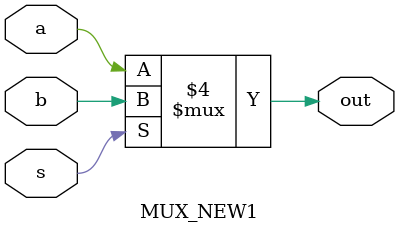
<source format=v>
`timescale 1ns / 1ps

module MUX_NEW1  ( input a , b , s , output reg out);
always @(*) 
begin 
 if (s==0)
 out = a;
 else 
 out =b; 
 end
endmodule

</source>
